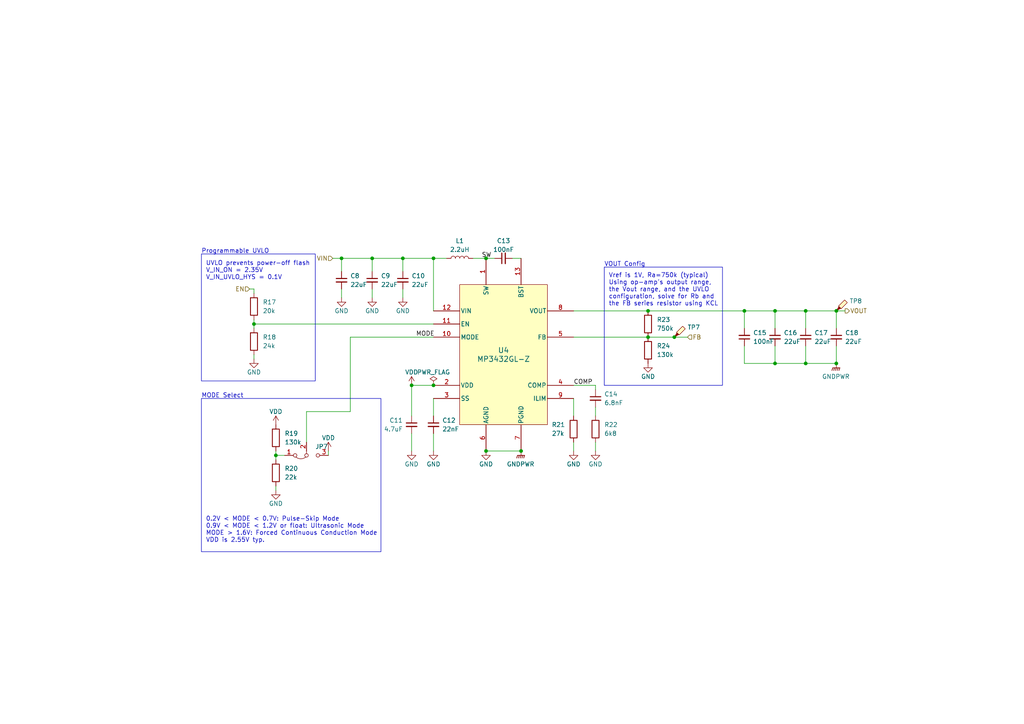
<source format=kicad_sch>
(kicad_sch (version 20231120) (generator "eeschema") (generator_version "8.0")
  (paper "A4")
  (title_block (title "Boost Driver Dev. Board") (date "2024-03-13") (rev "B") (company "Engineer Bo (https://www.youtube.com/@engineerbo)"))
  (lib_symbols
    (symbol "Connector:TestPoint_Probe" (pin_numbers hide) (pin_names (offset 0.762) hide)
      (property "Reference" "TP" (at 1.651 5.842 0))
      (property "Value" "TestPoint_Probe" (at 1.651 4.064 0))
      (symbol "TestPoint_Probe_0_1"
        (polyline (pts (xy 1.27 0.762) (xy 0 0) (xy 0.762 1.27) (xy 1.27 0.762)) (fill (type outline)))
        (polyline (pts (xy 1.397 0.635) (xy 0.635 1.397) (xy 2.413 3.175) (xy 3.175 2.413) (xy 1.397 0.635)) (fill (type background)))
      )
      (symbol "TestPoint_Probe_1_1"
        (pin passive line (at 0 0 90) (length 0) (name "1") (number "1"))
      )
    )
    (symbol "Device:C_Small" (pin_numbers hide) (pin_names (offset 0.254) hide)
      (property "Reference" "C" (at 0.254 1.778 0))
      (property "Value" "C_Small" (at 0.254 -2.032 0))
      (symbol "C_Small_0_1"
        (polyline (pts (xy -1.524 -0.508) (xy 1.524 -0.508)) (stroke (width 0.3302)))
        (polyline (pts (xy -1.524 0.508) (xy 1.524 0.508)) (stroke (width 0.3048)))
      )
      (symbol "C_Small_1_1"
        (pin passive line (at 0 2.54 270) (length 2.032) (name "~") (number "1"))
        (pin passive line (at 0 -2.54 90) (length 2.032) (name "~") (number "2"))
      )
    )
    (symbol "Device:L" (pin_numbers hide) (pin_names (offset 1.016) hide)
      (property "Reference" "L" (at -1.27 0 90))
      (property "Value" "L" (at 1.905 0 90))
      (symbol "L_0_1"
        (arc (start 0 -2.54) (mid 0.6323 -1.905) (end 0 -1.27))
        (arc (start 0 -1.27) (mid 0.6323 -0.635) (end 0 0))
        (arc (start 0 0) (mid 0.6323 0.635) (end 0 1.27))
        (arc (start 0 1.27) (mid 0.6323 1.905) (end 0 2.54))
      )
      (symbol "L_1_1"
        (pin passive line (at 0 3.81 270) (length 1.27) (name "1") (number "1"))
        (pin passive line (at 0 -3.81 90) (length 1.27) (name "2") (number "2"))
      )
    )
    (symbol "Device:R" (pin_numbers hide) (pin_names (offset 0))
      (property "Reference" "R" (at 2.032 0 90))
      (property "Value" "R" (at 0 0 90))
      (symbol "R_0_1"
        (rectangle (start -1.016 -2.54) (end 1.016 2.54) (stroke (width 0.254)))
      )
      (symbol "R_1_1"
        (pin passive line (at 0 3.81 270) (length 1.27) (name "~") (number "1"))
        (pin passive line (at 0 -3.81 90) (length 1.27) (name "~") (number "2"))
      )
    )
    (symbol "Jumper:Jumper_3_Bridged12" (pin_names (offset 0) hide)
      (property "Reference" "JP" (at -2.54 -2.54 0))
      (property "Value" "Jumper_3_Bridged12" (at 0 2.794 0))
      (symbol "Jumper_3_Bridged12_0_0"
        (circle (center -3.302 0) (radius 0.508))
        (circle (center 0 0) (radius 0.508))
        (circle (center 3.302 0) (radius 0.508))
      )
      (symbol "Jumper_3_Bridged12_0_1"
        (arc (start -0.254 0.508) (mid -1.651 0.9912) (end -3.048 0.508))
        (polyline (pts (xy 0 -1.27) (xy 0 -0.508)))
      )
      (symbol "Jumper_3_Bridged12_1_1"
        (pin passive line (at -6.35 0 0) (length 2.54) (name "A") (number "1"))
        (pin passive line (at 0 -3.81 90) (length 2.54) (name "C") (number "2"))
        (pin passive line (at 6.35 0 180) (length 2.54) (name "B") (number "3"))
      )
    )
    (symbol "MP3431:MP3431GL-P" (pin_names (offset 0.254))
      (property "Reference" "U4" (at 12.7 -19.05 0))
      (property "Value" "MP3431GL-P" (at 12.7 -21.59 0))
      (symbol "MP3431GL-P_0_1"
        (pin power_in line (at -7.62 -7.62 0) (length 7.62) (name "VIN") (number "12"))
        (pin output line (at 33.02 -29.21 180) (length 7.62) (name "COMP") (number "4"))
        (pin input line (at 33.02 -15.24 180) (length 7.62) (name "FB") (number "5"))
        (pin power_in line (at 7.62 -48.26 90) (length 7.62) (name "AGND") (number "6"))
        (pin power_in line (at 17.78 -48.26 90) (length 7.62) (name "PGND") (number "7"))
      )
      (symbol "MP3431GL-P_1_1"
        (rectangle (start 0 0) (end 25.4 -40.64) (fill (type background)))
        (pin unspecified line (at 7.62 7.62 270) (length 7.62) (name "SW") (number "1"))
        (pin unspecified line (at -7.62 -15.24 0) (length 7.62) (name "MODE") (number "10"))
        (pin input line (at -7.62 -11.43 0) (length 7.62) (name "EN") (number "11"))
        (pin unspecified line (at 17.78 7.62 270) (length 7.62) (name "BST") (number "13"))
        (pin unspecified line (at -7.62 -29.21 0) (length 7.62) (name "VDD") (number "2"))
        (pin unspecified line (at -7.62 -33.02 0) (length 7.62) (name "SS") (number "3"))
        (pin power_out line (at 33.02 -7.62 180) (length 7.62) (name "VOUT") (number "8"))
        (pin unspecified line (at 33.02 -33.02 180) (length 7.62) (name "ILIM") (number "9"))
      )
    )
    (symbol "power:GND" (power) (pin_names (offset 0))
      (property "Value" "GND" (at 0 -3.81 0))
      (symbol "GND_0_1"
        (polyline (pts (xy 0 0) (xy 0 -1.27) (xy 1.27 -1.27) (xy 0 -2.54) (xy -1.27 -1.27) (xy 0 -1.27)))
      )
      (symbol "GND_1_1"
        (pin power_in line (at 0 0 270) (length 0) hide (name "GND") (number "1"))
      )
    )
    (symbol "power:GNDPWR" (power) (pin_names (offset 0))
      (property "Value" "GNDPWR" (at 0 -3.302 0))
      (symbol "GNDPWR_0_1"
        (polyline (pts (xy 0 -1.27) (xy 0 0)))
        (polyline (pts (xy -1.016 -1.27) (xy -1.27 -2.032) (xy -1.27 -2.032)) (stroke (width 0.2032)))
        (polyline (pts (xy -0.508 -1.27) (xy -0.762 -2.032) (xy -0.762 -2.032)) (stroke (width 0.2032)))
        (polyline (pts (xy 0 -1.27) (xy -0.254 -2.032) (xy -0.254 -2.032)) (stroke (width 0.2032)))
        (polyline (pts (xy 0.508 -1.27) (xy 0.254 -2.032) (xy 0.254 -2.032)) (stroke (width 0.2032)))
        (polyline (pts (xy 1.016 -1.27) (xy -1.016 -1.27) (xy -1.016 -1.27)) (stroke (width 0.2032)))
        (polyline (pts (xy 1.016 -1.27) (xy 0.762 -2.032) (xy 0.762 -2.032) (xy 0.762 -2.032)) (stroke (width 0.2032)))
      )
      (symbol "GNDPWR_1_1"
        (pin power_in line (at 0 0 270) (length 0) hide (name "GNDPWR") (number "1"))
      )
    )
    (symbol "power:PWR_FLAG" (power) (pin_numbers hide) (pin_names (offset 0) hide)
      (property "Value" "PWR_FLAG" (at 0 3.81 0))
      (symbol "PWR_FLAG_0_0"
        (pin power_out line (at 0 0 90) (length 0) (name "pwr") (number "1"))
      )
      (symbol "PWR_FLAG_0_1"
        (polyline (pts (xy 0 0) (xy 0 1.27) (xy -1.016 1.905) (xy 0 2.54) (xy 1.016 1.905) (xy 0 1.27)))
      )
    )
    (symbol "power:VDD" (power) (pin_names (offset 0))
      (property "Value" "VDD" (at 0 3.81 0))
      (symbol "VDD_0_1"
        (polyline (pts (xy -0.762 1.27) (xy 0 2.54)))
        (polyline (pts (xy 0 0) (xy 0 2.54)))
        (polyline (pts (xy 0 2.54) (xy 0.762 1.27)))
      )
      (symbol "VDD_1_1"
        (pin power_in line (at 0 0 90) (length 0) hide (name "VDD") (number "1"))
      )
    )
  )
  (junction (at 107.95 74.93))
  (junction (at 140.97 74.93))
  (junction (at 140.97 130.81))
  (junction (at 233.68 90.17))
  (junction (at 80.01 132.08))
  (junction (at 215.9 90.17))
  (junction (at 187.96 90.17))
  (junction (at 125.73 74.93))
  (junction (at 151.13 130.81))
  (junction (at 119.38 111.76))
  (junction (at 242.57 105.41))
  (junction (at 125.73 111.76))
  (junction (at 233.68 105.41))
  (junction (at 224.79 105.41))
  (junction (at 73.66 93.98))
  (junction (at 99.06 74.93))
  (junction (at 195.58 97.79))
  (junction (at 187.96 97.79))
  (junction (at 242.57 90.17))
  (junction (at 116.84 74.93))
  (junction (at 224.79 90.17))
  (wire (pts (xy 187.96 97.79) (xy 195.58 97.79)))
  (wire (pts (xy 172.72 128.27) (xy 172.72 130.81)))
  (wire (pts (xy 101.6 97.79) (xy 125.73 97.79)))
  (wire (pts (xy 166.37 90.17) (xy 187.96 90.17)))
  (wire (pts (xy 96.52 74.93) (xy 99.06 74.93)))
  (wire (pts (xy 224.79 100.33) (xy 224.79 105.41)))
  (wire (pts (xy 125.73 74.93) (xy 129.54 74.93)))
  (wire (pts (xy 107.95 74.93) (xy 116.84 74.93)))
  (wire (pts (xy 242.57 90.17) (xy 233.68 90.17)))
  (wire (pts (xy 233.68 105.41) (xy 242.57 105.41)))
  (wire (pts (xy 140.97 130.81) (xy 151.13 130.81)))
  (wire (pts (xy 101.6 119.38) (xy 88.9 119.38)))
  (wire (pts (xy 166.37 128.27) (xy 166.37 130.81)))
  (wire (pts (xy 73.66 93.98) (xy 125.73 93.98)))
  (wire (pts (xy 119.38 111.76) (xy 119.38 120.65)))
  (wire (pts (xy 172.72 111.76) (xy 172.72 113.03)))
  (wire (pts (xy 116.84 83.82) (xy 116.84 86.36)))
  (wire (pts (xy 125.73 90.17) (xy 125.73 74.93)))
  (wire (pts (xy 233.68 90.17) (xy 224.79 90.17)))
  (wire (pts (xy 119.38 111.76) (xy 125.73 111.76)))
  (wire (pts (xy 140.97 74.93) (xy 143.51 74.93)))
  (wire (pts (xy 125.73 115.57) (xy 125.73 120.65)))
  (wire (pts (xy 172.72 118.11) (xy 172.72 120.65)))
  (wire (pts (xy 166.37 115.57) (xy 166.37 120.65)))
  (wire (pts (xy 187.96 90.17) (xy 215.9 90.17)))
  (wire (pts (xy 80.01 132.08) (xy 80.01 130.81)))
  (wire (pts (xy 95.25 130.81) (xy 95.25 132.08)))
  (wire (pts (xy 242.57 90.17) (xy 242.57 95.25)))
  (wire (pts (xy 233.68 90.17) (xy 233.68 95.25)))
  (wire (pts (xy 148.59 74.93) (xy 151.13 74.93)))
  (wire (pts (xy 215.9 100.33) (xy 215.9 105.41)))
  (wire (pts (xy 119.38 125.73) (xy 119.38 130.81)))
  (wire (pts (xy 242.57 100.33) (xy 242.57 105.41)))
  (wire (pts (xy 116.84 74.93) (xy 125.73 74.93)))
  (wire (pts (xy 116.84 78.74) (xy 116.84 74.93)))
  (wire (pts (xy 99.06 83.82) (xy 99.06 86.36)))
  (wire (pts (xy 73.66 102.87) (xy 73.66 104.14)))
  (wire (pts (xy 215.9 90.17) (xy 224.79 90.17)))
  (wire (pts (xy 73.66 93.98) (xy 73.66 92.71)))
  (wire (pts (xy 233.68 100.33) (xy 233.68 105.41)))
  (wire (pts (xy 99.06 74.93) (xy 107.95 74.93)))
  (wire (pts (xy 166.37 111.76) (xy 172.72 111.76)))
  (wire (pts (xy 125.73 125.73) (xy 125.73 130.81)))
  (wire (pts (xy 224.79 105.41) (xy 233.68 105.41)))
  (wire (pts (xy 73.66 83.82) (xy 73.66 85.09)))
  (wire (pts (xy 101.6 97.79) (xy 101.6 119.38)))
  (wire (pts (xy 73.66 95.25) (xy 73.66 93.98)))
  (wire (pts (xy 72.39 83.82) (xy 73.66 83.82)))
  (wire (pts (xy 80.01 132.08) (xy 82.55 132.08)))
  (wire (pts (xy 166.37 97.79) (xy 187.96 97.79)))
  (wire (pts (xy 195.58 97.79) (xy 199.39 97.79)))
  (wire (pts (xy 99.06 78.74) (xy 99.06 74.93)))
  (wire (pts (xy 215.9 105.41) (xy 224.79 105.41)))
  (wire (pts (xy 80.01 140.97) (xy 80.01 142.24)))
  (wire (pts (xy 242.57 90.17) (xy 245.11 90.17)))
  (wire (pts (xy 88.9 119.38) (xy 88.9 128.27)))
  (wire (pts (xy 224.79 95.25) (xy 224.79 90.17)))
  (wire (pts (xy 215.9 90.17) (xy 215.9 95.25)))
  (wire (pts (xy 137.16 74.93) (xy 140.97 74.93)))
  (wire (pts (xy 80.01 133.35) (xy 80.01 132.08)))
  (wire (pts (xy 107.95 83.82) (xy 107.95 86.36)))
  (wire (pts (xy 107.95 78.74) (xy 107.95 74.93)))
  (rectangle (start 175.26 77.47) (end 209.55 111.76))
  (rectangle (start 58.42 115.57) (end 110.49 160.02))
  (rectangle (start 58.42 73.66) (end 91.44 110.49))
  (text "Vref is 1V, Ra=750k (typical)\nUsing op-amp's output range, \nthe Vout range, and the UVLO \nconfiguration, solve for Rb and \nthe FB series resistor using KCL" (at 176.53 88.9 0) (effects (font (size 1.27 1.27)) (justify left bottom)))
  (text "0.2V < MODE < 0.7V: Pulse-Skip Mode\n0.9V < MODE < 1.2V or float: Ultrasonic Mode\nMODE > 1.6V: Forced Continuous Conduction Mode\nVDD is 2.55V typ." (at 59.69 157.48 0) (effects (font (size 1.27 1.27)) (justify left bottom)))
  (text "MODE Select" (at 58.42 115.57 0) (effects (font (size 1.27 1.27)) (justify left bottom)))
  (text "UVLO prevents power-off flash\nV_IN_ON = 2.35V\nV_IN_UVLO_HYS = 0.1V" (at 59.69 81.28 0) (effects (font (size 1.27 1.27)) (justify left bottom)))
  (text "Programmable UVLO" (at 58.42 73.66 0) (effects (font (size 1.27 1.27)) (justify left bottom)))
  (text "VOUT Config" (at 175.26 77.47 0) (effects (font (size 1.27 1.27)) (justify left bottom)))
  (label "MODE" (at 120.65 97.79 0))
  (label "SW" (at 139.7 74.93 0))
  (label "COMP" (at 166.37 111.76 0))
  (hierarchical_label "VIN" (shape input) (at 96.52 74.93 180))
  (hierarchical_label "VOUT" (shape output) (at 245.11 90.17 0))
  (hierarchical_label "EN" (shape input) (at 72.39 83.82 180))
  (hierarchical_label "FB" (shape input) (at 199.39 97.79 0))
  (symbol (lib_id "power:PWR_FLAG") (at 125.73 111.76 0) (unit 1)
    (property "Reference" "#FLG04" (effects (hide yes)))
    (property "Value" "PWR_FLAG" (at 125.73 107.95 0))
  )
  (symbol (lib_id "Device:L") (at 133.35 74.93 90) (unit 1)
    (property "Reference" "L1" (at 133.35 69.85 90))
    (property "Value" "2.2uH" (at 133.35 72.39 90))
    (property "Footprint" "Inductor_SMD:L_Coilcraft_XAL7070-XXX" (effects (hide yes)))
    (property "Manufacturer" "Coilcraft" (effects (hide yes)))
    (property "PartNumber" "XAL7070-222MEC" (effects (hide yes)))
  )
  (symbol (lib_id "power:VDD") (at 119.38 111.76 0) (unit 1)
    (property "Reference" "#PWR040" (effects (hide yes)))
    (property "Value" "VDD" (at 119.38 107.95 0))
  )
  (symbol (lib_id "Device:C_Small") (at 107.95 81.28 0) (unit 1)
    (property "Reference" "C9" (at 110.49 80.0163 0) (effects (justify left)))
    (property "Value" "22uF" (at 110.49 82.5563 0) (effects (justify left)))
    (property "Footprint" "Capacitor_SMD:C_0805_2012Metric" (effects (hide yes)))
    (property "Tolerance" "X5R" (effects (hide yes)))
    (property "Voltage" "25V" (effects (hide yes)))
  )
  (symbol (lib_id "Device:R") (at 187.96 93.98 0) (unit 1)
    (property "Reference" "R23" (at 190.5 92.71 0) (effects (justify left)))
    (property "Value" "750k" (at 190.5 95.25 0) (effects (justify left)))
    (property "Footprint" "Resistor_SMD:R_0402_1005Metric" (effects (hide yes)))
    (property "Tolerance" "1%" (effects (hide yes)))
  )
  (symbol (lib_id "Device:R") (at 166.37 124.46 0) (unit 1)
    (property "Reference" "R21" (at 160.02 123.19 0) (effects (justify left)))
    (property "Value" "27k" (at 160.02 125.73 0) (effects (justify left)))
    (property "Footprint" "Resistor_SMD:R_0402_1005Metric" (effects (hide yes)))
    (property "Tolerance" "1%" (effects (hide yes)))
  )
  (symbol (lib_id "Device:C_Small") (at 224.79 97.79 0) (unit 1)
    (property "Reference" "C16" (at 227.33 96.5263 0) (effects (justify left)))
    (property "Value" "22uF" (at 227.33 99.0663 0) (effects (justify left)))
    (property "Footprint" "Capacitor_SMD:C_0805_2012Metric" (effects (hide yes)))
    (property "Tolerance" "X5R" (effects (hide yes)))
    (property "Voltage" "25V" (effects (hide yes)))
  )
  (symbol (lib_id "Connector:TestPoint_Probe") (at 242.57 90.17 0) (unit 1)
    (property "Reference" "TP8" (at 246.38 87.3125 0) (effects (justify left)))
    (property "Value" "TestPoint_Probe" (effects (hide yes)))
    (property "Footprint" "TestPoint:TestPoint_Keystone_5000-5004_Miniature" (effects (hide yes)))
    (property "Manufacturer" "ronghe" (effects (hide yes)))
    (property "PartNumber" "RH-5000" (effects (hide yes)))
  )
  (symbol (lib_id "Device:R") (at 80.01 137.16 0) (unit 1)
    (property "Reference" "R20" (at 82.55 135.89 0) (effects (justify left)))
    (property "Value" "22k" (at 82.55 138.43 0) (effects (justify left)))
    (property "Footprint" "Resistor_SMD:R_0402_1005Metric" (effects (hide yes)))
    (property "Tolerance" "1%" (effects (hide yes)))
  )
  (symbol (lib_id "Device:R") (at 172.72 124.46 0) (unit 1)
    (property "Reference" "R22" (at 175.26 123.19 0) (effects (justify left)))
    (property "Value" "6k8" (at 175.26 125.73 0) (effects (justify left)))
    (property "Footprint" "Resistor_SMD:R_0402_1005Metric" (effects (hide yes)))
    (property "Tolerance" "1%" (effects (hide yes)))
  )
  (symbol (lib_id "Device:R") (at 187.96 101.6 0) (unit 1)
    (property "Reference" "R24" (at 190.5 100.3299 0) (effects (justify left)))
    (property "Value" "130k" (at 190.5 102.8699 0) (effects (justify left)))
    (property "Footprint" "Resistor_SMD:R_0402_1005Metric" (effects (hide yes)))
    (property "Tolerance" "1%" (effects (hide yes)))
  )
  (symbol (lib_id "Device:C_Small") (at 215.9 97.79 180) (unit 1)
    (property "Reference" "C15" (at 218.44 96.5136 0) (effects (justify right)))
    (property "Value" "100nF" (at 218.44 99.0536 0) (effects (justify right)))
    (property "Footprint" "Capacitor_SMD:C_0402_1005Metric" (effects (hide yes)))
  )
  (symbol (lib_id "power:GND") (at 125.73 130.81 0) (unit 1)
    (property "Reference" "#PWR042" (effects (hide yes)))
    (property "Value" "GND" (at 125.73 134.62 0))
  )
  (symbol (lib_id "Device:C_Small") (at 172.72 115.57 0) (unit 1)
    (property "Reference" "C14" (at 175.26 114.3063 0) (effects (justify left)))
    (property "Value" "6.8nF" (at 175.26 116.8463 0) (effects (justify left)))
    (property "Footprint" "Capacitor_SMD:C_0402_1005Metric" (effects (hide yes)))
  )
  (symbol (lib_id "Device:R") (at 73.66 88.9 0) (unit 1)
    (property "Reference" "R17" (at 76.2 87.6299 0) (effects (justify left)))
    (property "Value" "20k" (at 76.2 90.1699 0) (effects (justify left)))
    (property "Footprint" "Resistor_SMD:R_0402_1005Metric" (effects (hide yes)))
    (property "Tolerance" "1%" (effects (hide yes)))
  )
  (symbol (lib_id "power:GND") (at 107.95 86.36 0) (unit 1)
    (property "Reference" "#PWR038" (effects (hide yes)))
    (property "Value" "GND" (at 107.95 90.17 0))
  )
  (symbol (lib_id "MP3431:MP3431GL-P") (at 133.35 82.55 0) (unit 1)
    (property "Reference" "U4" (at 146.05 101.6 0) (effects (font (size 1.524 1.524))))
    (property "Value" "MP3432GL-Z" (at 146.05 104.14 0) (effects (font (size 1.524 1.524))))
    (property "Footprint" "footprints:QFN-13_MP3431_MNP" (effects (hide yes)))
    (property "Manufacturer" "Monolithic Power Systems (MPS)" (effects (hide yes)))
    (property "PartNumber" "MP3432GL-Z" (effects (hide yes)))
  )
  (symbol (lib_id "power:GND") (at 166.37 130.81 0) (unit 1)
    (property "Reference" "#PWR045" (effects (hide yes)))
    (property "Value" "GND" (at 166.37 134.62 0))
  )
  (symbol (lib_id "power:GND") (at 80.01 142.24 0) (unit 1)
    (property "Reference" "#PWR035" (effects (hide yes)))
    (property "Value" "GND" (at 80.01 146.05 0))
  )
  (symbol (lib_id "Jumper:Jumper_3_Bridged12") (at 88.9 132.08 0) (mirror x) (unit 1)
    (property "Reference" "JP7" (at 91.44 129.54 0) (effects (justify left)))
    (property "Value" "Jumper_3_Bridged12" (effects (hide yes)))
    (property "Footprint" "Connector_PinHeader_2.54mm:PinHeader_1x03_P2.54mm_Vertical" (effects (hide yes)))
  )
  (symbol (lib_id "power:GND") (at 140.97 130.81 0) (unit 1)
    (property "Reference" "#PWR043" (effects (hide yes)))
    (property "Value" "GND" (at 140.97 134.62 0))
  )
  (symbol (lib_id "Device:C_Small") (at 116.84 81.28 0) (unit 1)
    (property "Reference" "C10" (at 119.38 80.0163 0) (effects (justify left)))
    (property "Value" "22uF" (at 119.38 82.5563 0) (effects (justify left)))
    (property "Footprint" "Capacitor_SMD:C_0805_2012Metric" (effects (hide yes)))
    (property "Tolerance" "X5R" (effects (hide yes)))
    (property "Voltage" "25V" (effects (hide yes)))
  )
  (symbol (lib_id "power:VDD") (at 95.25 130.81 0) (unit 1)
    (property "Reference" "#PWR036" (effects (hide yes)))
    (property "Value" "VDD" (at 95.25 127 0))
  )
  (symbol (lib_id "Device:R") (at 73.66 99.06 0) (unit 1)
    (property "Reference" "R18" (at 76.2 97.7899 0) (effects (justify left)))
    (property "Value" "24k" (at 76.2 100.3299 0) (effects (justify left)))
    (property "Footprint" "Resistor_SMD:R_0402_1005Metric" (effects (hide yes)))
    (property "Tolerance" "1%" (effects (hide yes)))
  )
  (symbol (lib_id "power:VDD") (at 80.01 123.19 0) (unit 1)
    (property "Reference" "#PWR034" (effects (hide yes)))
    (property "Value" "VDD" (at 80.01 119.38 0))
  )
  (symbol (lib_id "Device:C_Small") (at 119.38 123.19 0) (unit 1)
    (property "Reference" "C11" (at 116.84 121.9263 0) (effects (justify right)))
    (property "Value" "4.7uF" (at 116.84 124.4663 0) (effects (justify right)))
    (property "Footprint" "Capacitor_SMD:C_0603_1608Metric" (effects (hide yes)))
    (property "Tolerance" "X5R" (effects (hide yes)))
    (property "Voltage" "16V" (effects (hide yes)))
  )
  (symbol (lib_id "Device:C_Small") (at 125.73 123.19 0) (unit 1)
    (property "Reference" "C12" (at 128.27 121.9263 0) (effects (justify left)))
    (property "Value" "22nF" (at 128.27 124.4663 0) (effects (justify left)))
    (property "Footprint" "Capacitor_SMD:C_0402_1005Metric" (effects (hide yes)))
  )
  (symbol (lib_id "power:GND") (at 99.06 86.36 0) (unit 1)
    (property "Reference" "#PWR037" (effects (hide yes)))
    (property "Value" "GND" (at 99.06 90.17 0))
  )
  (symbol (lib_id "power:GND") (at 172.72 130.81 0) (unit 1)
    (property "Reference" "#PWR046" (effects (hide yes)))
    (property "Value" "GND" (at 172.72 134.62 0))
  )
  (symbol (lib_id "power:GNDPWR") (at 151.13 130.81 0) (unit 1)
    (property "Reference" "#PWR044" (effects (hide yes)))
    (property "Value" "GNDPWR" (at 151.003 134.62 0))
  )
  (symbol (lib_id "power:GND") (at 116.84 86.36 0) (unit 1)
    (property "Reference" "#PWR039" (effects (hide yes)))
    (property "Value" "GND" (at 116.84 90.17 0))
  )
  (symbol (lib_id "Device:C_Small") (at 99.06 81.28 0) (unit 1)
    (property "Reference" "C8" (at 101.6 80.0163 0) (effects (justify left)))
    (property "Value" "22uF" (at 101.6 82.5563 0) (effects (justify left)))
    (property "Footprint" "Capacitor_SMD:C_0805_2012Metric" (effects (hide yes)))
    (property "Tolerance" "X5R" (effects (hide yes)))
    (property "Voltage" "25V" (effects (hide yes)))
  )
  (symbol (lib_id "Device:R") (at 80.01 127 0) (unit 1)
    (property "Reference" "R19" (at 82.55 125.73 0) (effects (justify left)))
    (property "Value" "130k" (at 82.55 128.27 0) (effects (justify left)))
    (property "Footprint" "Resistor_SMD:R_0402_1005Metric" (effects (hide yes)))
    (property "Tolerance" "1%" (effects (hide yes)))
  )
  (symbol (lib_id "Device:C_Small") (at 242.57 97.79 0) (unit 1)
    (property "Reference" "C18" (at 245.11 96.5263 0) (effects (justify left)))
    (property "Value" "22uF" (at 245.11 99.0663 0) (effects (justify left)))
    (property "Footprint" "Capacitor_SMD:C_0805_2012Metric" (effects (hide yes)))
    (property "Tolerance" "X5R" (effects (hide yes)))
    (property "Voltage" "25V" (effects (hide yes)))
  )
  (symbol (lib_id "Device:C_Small") (at 146.05 74.93 90) (unit 1)
    (property "Reference" "C13" (at 146.05 69.85 90))
    (property "Value" "100nF" (at 146.05 72.39 90))
    (property "Footprint" "Capacitor_SMD:C_0402_1005Metric" (effects (hide yes)))
  )
  (symbol (lib_id "power:GND") (at 119.38 130.81 0) (unit 1)
    (property "Reference" "#PWR041" (effects (hide yes)))
    (property "Value" "GND" (at 119.38 134.62 0))
  )
  (symbol (lib_id "Device:C_Small") (at 233.68 97.79 0) (unit 1)
    (property "Reference" "C17" (at 236.22 96.5263 0) (effects (justify left)))
    (property "Value" "22uF" (at 236.22 99.0663 0) (effects (justify left)))
    (property "Footprint" "Capacitor_SMD:C_0805_2012Metric" (effects (hide yes)))
    (property "Tolerance" "X5R" (effects (hide yes)))
    (property "Voltage" "25V" (effects (hide yes)))
  )
  (symbol (lib_id "Connector:TestPoint_Probe") (at 195.58 97.79 0) (unit 1)
    (property "Reference" "TP7" (at 199.39 94.9325 0) (effects (justify left)))
    (property "Value" "TestPoint_Probe" (effects (hide yes)))
    (property "Footprint" "TestPoint:TestPoint_Keystone_5000-5004_Miniature" (effects (hide yes)))
    (property "Manufacturer" "ronghe" (effects (hide yes)))
    (property "PartNumber" "RH-5000" (effects (hide yes)))
  )
  (symbol (lib_id "power:GND") (at 73.66 104.14 0) (unit 1)
    (property "Reference" "#PWR033" (effects (hide yes)))
    (property "Value" "GND" (at 73.66 107.95 0))
  )
  (symbol (lib_id "power:GNDPWR") (at 242.57 105.41 0) (unit 1)
    (property "Reference" "#PWR048" (effects (hide yes)))
    (property "Value" "GNDPWR" (at 242.443 109.22 0))
  )
  (symbol (lib_id "power:GND") (at 187.96 105.41 0) (unit 1)
    (property "Reference" "#PWR047" (effects (hide yes)))
    (property "Value" "GND" (at 187.96 109.22 0))
  )
)
</source>
